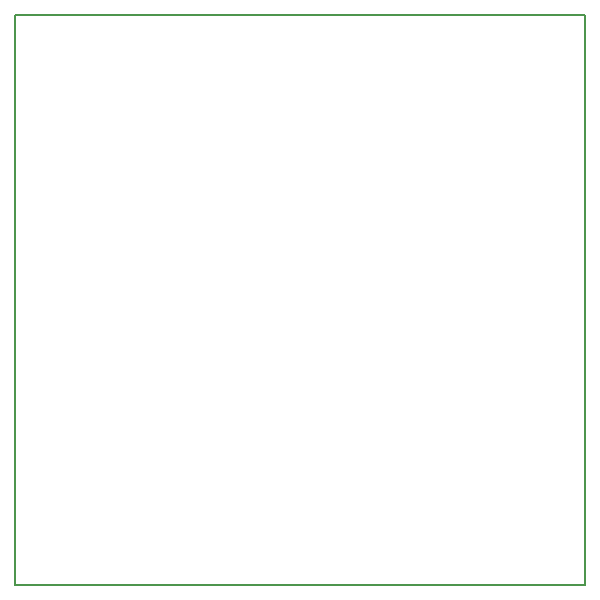
<source format=gko>
G04 #@! TF.FileFunction,Profile,NP*
%FSLAX46Y46*%
G04 Gerber Fmt 4.6, Leading zero omitted, Abs format (unit mm)*
G04 Created by KiCad (PCBNEW 4.0.2-stable) date 30/04/2017 18:34:37*
%MOMM*%
G01*
G04 APERTURE LIST*
%ADD10C,0.100000*%
%ADD11C,0.150000*%
G04 APERTURE END LIST*
D10*
D11*
X50800000Y-160020000D02*
X99060000Y-160020000D01*
X99060000Y-160020000D02*
X99060000Y-111760000D01*
X99060000Y-111760000D02*
X50800000Y-111760000D01*
X50800000Y-111760000D02*
X50800000Y-160020000D01*
M02*

</source>
